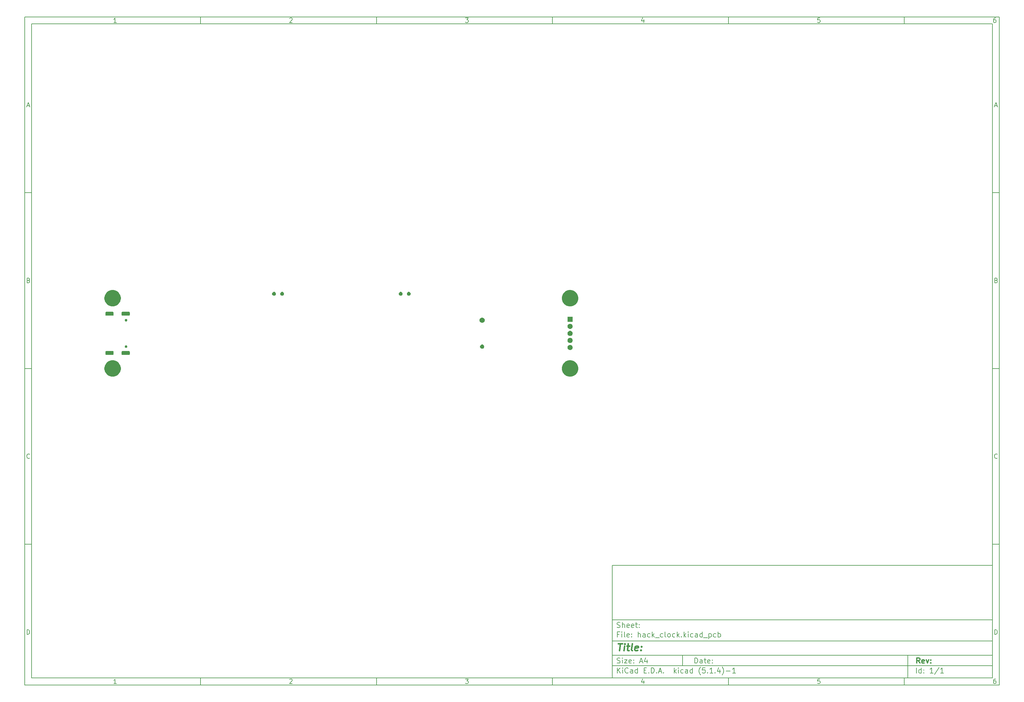
<source format=gbs>
G04 #@! TF.GenerationSoftware,KiCad,Pcbnew,(5.1.4)-1*
G04 #@! TF.CreationDate,2019-11-05T14:40:22+08:00*
G04 #@! TF.ProjectId,hack_clock,6861636b-5f63-46c6-9f63-6b2e6b696361,rev?*
G04 #@! TF.SameCoordinates,Original*
G04 #@! TF.FileFunction,Soldermask,Bot*
G04 #@! TF.FilePolarity,Negative*
%FSLAX46Y46*%
G04 Gerber Fmt 4.6, Leading zero omitted, Abs format (unit mm)*
G04 Created by KiCad (PCBNEW (5.1.4)-1) date 2019-11-05 14:40:22*
%MOMM*%
%LPD*%
G04 APERTURE LIST*
%ADD10C,0.150000*%
%ADD11C,0.300000*%
%ADD12C,0.400000*%
G04 APERTURE END LIST*
D10*
X177002200Y-166007200D02*
X177002200Y-198007200D01*
X285002200Y-198007200D01*
X285002200Y-166007200D01*
X177002200Y-166007200D01*
X10000000Y-10000000D02*
X10000000Y-200007200D01*
X287002200Y-200007200D01*
X287002200Y-10000000D01*
X10000000Y-10000000D01*
X12000000Y-12000000D02*
X12000000Y-198007200D01*
X285002200Y-198007200D01*
X285002200Y-12000000D01*
X12000000Y-12000000D01*
X60000000Y-12000000D02*
X60000000Y-10000000D01*
X110000000Y-12000000D02*
X110000000Y-10000000D01*
X160000000Y-12000000D02*
X160000000Y-10000000D01*
X210000000Y-12000000D02*
X210000000Y-10000000D01*
X260000000Y-12000000D02*
X260000000Y-10000000D01*
X36065476Y-11588095D02*
X35322619Y-11588095D01*
X35694047Y-11588095D02*
X35694047Y-10288095D01*
X35570238Y-10473809D01*
X35446428Y-10597619D01*
X35322619Y-10659523D01*
X85322619Y-10411904D02*
X85384523Y-10350000D01*
X85508333Y-10288095D01*
X85817857Y-10288095D01*
X85941666Y-10350000D01*
X86003571Y-10411904D01*
X86065476Y-10535714D01*
X86065476Y-10659523D01*
X86003571Y-10845238D01*
X85260714Y-11588095D01*
X86065476Y-11588095D01*
X135260714Y-10288095D02*
X136065476Y-10288095D01*
X135632142Y-10783333D01*
X135817857Y-10783333D01*
X135941666Y-10845238D01*
X136003571Y-10907142D01*
X136065476Y-11030952D01*
X136065476Y-11340476D01*
X136003571Y-11464285D01*
X135941666Y-11526190D01*
X135817857Y-11588095D01*
X135446428Y-11588095D01*
X135322619Y-11526190D01*
X135260714Y-11464285D01*
X185941666Y-10721428D02*
X185941666Y-11588095D01*
X185632142Y-10226190D02*
X185322619Y-11154761D01*
X186127380Y-11154761D01*
X236003571Y-10288095D02*
X235384523Y-10288095D01*
X235322619Y-10907142D01*
X235384523Y-10845238D01*
X235508333Y-10783333D01*
X235817857Y-10783333D01*
X235941666Y-10845238D01*
X236003571Y-10907142D01*
X236065476Y-11030952D01*
X236065476Y-11340476D01*
X236003571Y-11464285D01*
X235941666Y-11526190D01*
X235817857Y-11588095D01*
X235508333Y-11588095D01*
X235384523Y-11526190D01*
X235322619Y-11464285D01*
X285941666Y-10288095D02*
X285694047Y-10288095D01*
X285570238Y-10350000D01*
X285508333Y-10411904D01*
X285384523Y-10597619D01*
X285322619Y-10845238D01*
X285322619Y-11340476D01*
X285384523Y-11464285D01*
X285446428Y-11526190D01*
X285570238Y-11588095D01*
X285817857Y-11588095D01*
X285941666Y-11526190D01*
X286003571Y-11464285D01*
X286065476Y-11340476D01*
X286065476Y-11030952D01*
X286003571Y-10907142D01*
X285941666Y-10845238D01*
X285817857Y-10783333D01*
X285570238Y-10783333D01*
X285446428Y-10845238D01*
X285384523Y-10907142D01*
X285322619Y-11030952D01*
X60000000Y-198007200D02*
X60000000Y-200007200D01*
X110000000Y-198007200D02*
X110000000Y-200007200D01*
X160000000Y-198007200D02*
X160000000Y-200007200D01*
X210000000Y-198007200D02*
X210000000Y-200007200D01*
X260000000Y-198007200D02*
X260000000Y-200007200D01*
X36065476Y-199595295D02*
X35322619Y-199595295D01*
X35694047Y-199595295D02*
X35694047Y-198295295D01*
X35570238Y-198481009D01*
X35446428Y-198604819D01*
X35322619Y-198666723D01*
X85322619Y-198419104D02*
X85384523Y-198357200D01*
X85508333Y-198295295D01*
X85817857Y-198295295D01*
X85941666Y-198357200D01*
X86003571Y-198419104D01*
X86065476Y-198542914D01*
X86065476Y-198666723D01*
X86003571Y-198852438D01*
X85260714Y-199595295D01*
X86065476Y-199595295D01*
X135260714Y-198295295D02*
X136065476Y-198295295D01*
X135632142Y-198790533D01*
X135817857Y-198790533D01*
X135941666Y-198852438D01*
X136003571Y-198914342D01*
X136065476Y-199038152D01*
X136065476Y-199347676D01*
X136003571Y-199471485D01*
X135941666Y-199533390D01*
X135817857Y-199595295D01*
X135446428Y-199595295D01*
X135322619Y-199533390D01*
X135260714Y-199471485D01*
X185941666Y-198728628D02*
X185941666Y-199595295D01*
X185632142Y-198233390D02*
X185322619Y-199161961D01*
X186127380Y-199161961D01*
X236003571Y-198295295D02*
X235384523Y-198295295D01*
X235322619Y-198914342D01*
X235384523Y-198852438D01*
X235508333Y-198790533D01*
X235817857Y-198790533D01*
X235941666Y-198852438D01*
X236003571Y-198914342D01*
X236065476Y-199038152D01*
X236065476Y-199347676D01*
X236003571Y-199471485D01*
X235941666Y-199533390D01*
X235817857Y-199595295D01*
X235508333Y-199595295D01*
X235384523Y-199533390D01*
X235322619Y-199471485D01*
X285941666Y-198295295D02*
X285694047Y-198295295D01*
X285570238Y-198357200D01*
X285508333Y-198419104D01*
X285384523Y-198604819D01*
X285322619Y-198852438D01*
X285322619Y-199347676D01*
X285384523Y-199471485D01*
X285446428Y-199533390D01*
X285570238Y-199595295D01*
X285817857Y-199595295D01*
X285941666Y-199533390D01*
X286003571Y-199471485D01*
X286065476Y-199347676D01*
X286065476Y-199038152D01*
X286003571Y-198914342D01*
X285941666Y-198852438D01*
X285817857Y-198790533D01*
X285570238Y-198790533D01*
X285446428Y-198852438D01*
X285384523Y-198914342D01*
X285322619Y-199038152D01*
X10000000Y-60000000D02*
X12000000Y-60000000D01*
X10000000Y-110000000D02*
X12000000Y-110000000D01*
X10000000Y-160000000D02*
X12000000Y-160000000D01*
X10690476Y-35216666D02*
X11309523Y-35216666D01*
X10566666Y-35588095D02*
X11000000Y-34288095D01*
X11433333Y-35588095D01*
X11092857Y-84907142D02*
X11278571Y-84969047D01*
X11340476Y-85030952D01*
X11402380Y-85154761D01*
X11402380Y-85340476D01*
X11340476Y-85464285D01*
X11278571Y-85526190D01*
X11154761Y-85588095D01*
X10659523Y-85588095D01*
X10659523Y-84288095D01*
X11092857Y-84288095D01*
X11216666Y-84350000D01*
X11278571Y-84411904D01*
X11340476Y-84535714D01*
X11340476Y-84659523D01*
X11278571Y-84783333D01*
X11216666Y-84845238D01*
X11092857Y-84907142D01*
X10659523Y-84907142D01*
X11402380Y-135464285D02*
X11340476Y-135526190D01*
X11154761Y-135588095D01*
X11030952Y-135588095D01*
X10845238Y-135526190D01*
X10721428Y-135402380D01*
X10659523Y-135278571D01*
X10597619Y-135030952D01*
X10597619Y-134845238D01*
X10659523Y-134597619D01*
X10721428Y-134473809D01*
X10845238Y-134350000D01*
X11030952Y-134288095D01*
X11154761Y-134288095D01*
X11340476Y-134350000D01*
X11402380Y-134411904D01*
X10659523Y-185588095D02*
X10659523Y-184288095D01*
X10969047Y-184288095D01*
X11154761Y-184350000D01*
X11278571Y-184473809D01*
X11340476Y-184597619D01*
X11402380Y-184845238D01*
X11402380Y-185030952D01*
X11340476Y-185278571D01*
X11278571Y-185402380D01*
X11154761Y-185526190D01*
X10969047Y-185588095D01*
X10659523Y-185588095D01*
X287002200Y-60000000D02*
X285002200Y-60000000D01*
X287002200Y-110000000D02*
X285002200Y-110000000D01*
X287002200Y-160000000D02*
X285002200Y-160000000D01*
X285692676Y-35216666D02*
X286311723Y-35216666D01*
X285568866Y-35588095D02*
X286002200Y-34288095D01*
X286435533Y-35588095D01*
X286095057Y-84907142D02*
X286280771Y-84969047D01*
X286342676Y-85030952D01*
X286404580Y-85154761D01*
X286404580Y-85340476D01*
X286342676Y-85464285D01*
X286280771Y-85526190D01*
X286156961Y-85588095D01*
X285661723Y-85588095D01*
X285661723Y-84288095D01*
X286095057Y-84288095D01*
X286218866Y-84350000D01*
X286280771Y-84411904D01*
X286342676Y-84535714D01*
X286342676Y-84659523D01*
X286280771Y-84783333D01*
X286218866Y-84845238D01*
X286095057Y-84907142D01*
X285661723Y-84907142D01*
X286404580Y-135464285D02*
X286342676Y-135526190D01*
X286156961Y-135588095D01*
X286033152Y-135588095D01*
X285847438Y-135526190D01*
X285723628Y-135402380D01*
X285661723Y-135278571D01*
X285599819Y-135030952D01*
X285599819Y-134845238D01*
X285661723Y-134597619D01*
X285723628Y-134473809D01*
X285847438Y-134350000D01*
X286033152Y-134288095D01*
X286156961Y-134288095D01*
X286342676Y-134350000D01*
X286404580Y-134411904D01*
X285661723Y-185588095D02*
X285661723Y-184288095D01*
X285971247Y-184288095D01*
X286156961Y-184350000D01*
X286280771Y-184473809D01*
X286342676Y-184597619D01*
X286404580Y-184845238D01*
X286404580Y-185030952D01*
X286342676Y-185278571D01*
X286280771Y-185402380D01*
X286156961Y-185526190D01*
X285971247Y-185588095D01*
X285661723Y-185588095D01*
X200434342Y-193785771D02*
X200434342Y-192285771D01*
X200791485Y-192285771D01*
X201005771Y-192357200D01*
X201148628Y-192500057D01*
X201220057Y-192642914D01*
X201291485Y-192928628D01*
X201291485Y-193142914D01*
X201220057Y-193428628D01*
X201148628Y-193571485D01*
X201005771Y-193714342D01*
X200791485Y-193785771D01*
X200434342Y-193785771D01*
X202577200Y-193785771D02*
X202577200Y-193000057D01*
X202505771Y-192857200D01*
X202362914Y-192785771D01*
X202077200Y-192785771D01*
X201934342Y-192857200D01*
X202577200Y-193714342D02*
X202434342Y-193785771D01*
X202077200Y-193785771D01*
X201934342Y-193714342D01*
X201862914Y-193571485D01*
X201862914Y-193428628D01*
X201934342Y-193285771D01*
X202077200Y-193214342D01*
X202434342Y-193214342D01*
X202577200Y-193142914D01*
X203077200Y-192785771D02*
X203648628Y-192785771D01*
X203291485Y-192285771D02*
X203291485Y-193571485D01*
X203362914Y-193714342D01*
X203505771Y-193785771D01*
X203648628Y-193785771D01*
X204720057Y-193714342D02*
X204577200Y-193785771D01*
X204291485Y-193785771D01*
X204148628Y-193714342D01*
X204077200Y-193571485D01*
X204077200Y-193000057D01*
X204148628Y-192857200D01*
X204291485Y-192785771D01*
X204577200Y-192785771D01*
X204720057Y-192857200D01*
X204791485Y-193000057D01*
X204791485Y-193142914D01*
X204077200Y-193285771D01*
X205434342Y-193642914D02*
X205505771Y-193714342D01*
X205434342Y-193785771D01*
X205362914Y-193714342D01*
X205434342Y-193642914D01*
X205434342Y-193785771D01*
X205434342Y-192857200D02*
X205505771Y-192928628D01*
X205434342Y-193000057D01*
X205362914Y-192928628D01*
X205434342Y-192857200D01*
X205434342Y-193000057D01*
X177002200Y-194507200D02*
X285002200Y-194507200D01*
X178434342Y-196585771D02*
X178434342Y-195085771D01*
X179291485Y-196585771D02*
X178648628Y-195728628D01*
X179291485Y-195085771D02*
X178434342Y-195942914D01*
X179934342Y-196585771D02*
X179934342Y-195585771D01*
X179934342Y-195085771D02*
X179862914Y-195157200D01*
X179934342Y-195228628D01*
X180005771Y-195157200D01*
X179934342Y-195085771D01*
X179934342Y-195228628D01*
X181505771Y-196442914D02*
X181434342Y-196514342D01*
X181220057Y-196585771D01*
X181077200Y-196585771D01*
X180862914Y-196514342D01*
X180720057Y-196371485D01*
X180648628Y-196228628D01*
X180577200Y-195942914D01*
X180577200Y-195728628D01*
X180648628Y-195442914D01*
X180720057Y-195300057D01*
X180862914Y-195157200D01*
X181077200Y-195085771D01*
X181220057Y-195085771D01*
X181434342Y-195157200D01*
X181505771Y-195228628D01*
X182791485Y-196585771D02*
X182791485Y-195800057D01*
X182720057Y-195657200D01*
X182577200Y-195585771D01*
X182291485Y-195585771D01*
X182148628Y-195657200D01*
X182791485Y-196514342D02*
X182648628Y-196585771D01*
X182291485Y-196585771D01*
X182148628Y-196514342D01*
X182077200Y-196371485D01*
X182077200Y-196228628D01*
X182148628Y-196085771D01*
X182291485Y-196014342D01*
X182648628Y-196014342D01*
X182791485Y-195942914D01*
X184148628Y-196585771D02*
X184148628Y-195085771D01*
X184148628Y-196514342D02*
X184005771Y-196585771D01*
X183720057Y-196585771D01*
X183577200Y-196514342D01*
X183505771Y-196442914D01*
X183434342Y-196300057D01*
X183434342Y-195871485D01*
X183505771Y-195728628D01*
X183577200Y-195657200D01*
X183720057Y-195585771D01*
X184005771Y-195585771D01*
X184148628Y-195657200D01*
X186005771Y-195800057D02*
X186505771Y-195800057D01*
X186720057Y-196585771D02*
X186005771Y-196585771D01*
X186005771Y-195085771D01*
X186720057Y-195085771D01*
X187362914Y-196442914D02*
X187434342Y-196514342D01*
X187362914Y-196585771D01*
X187291485Y-196514342D01*
X187362914Y-196442914D01*
X187362914Y-196585771D01*
X188077200Y-196585771D02*
X188077200Y-195085771D01*
X188434342Y-195085771D01*
X188648628Y-195157200D01*
X188791485Y-195300057D01*
X188862914Y-195442914D01*
X188934342Y-195728628D01*
X188934342Y-195942914D01*
X188862914Y-196228628D01*
X188791485Y-196371485D01*
X188648628Y-196514342D01*
X188434342Y-196585771D01*
X188077200Y-196585771D01*
X189577200Y-196442914D02*
X189648628Y-196514342D01*
X189577200Y-196585771D01*
X189505771Y-196514342D01*
X189577200Y-196442914D01*
X189577200Y-196585771D01*
X190220057Y-196157200D02*
X190934342Y-196157200D01*
X190077200Y-196585771D02*
X190577200Y-195085771D01*
X191077200Y-196585771D01*
X191577200Y-196442914D02*
X191648628Y-196514342D01*
X191577200Y-196585771D01*
X191505771Y-196514342D01*
X191577200Y-196442914D01*
X191577200Y-196585771D01*
X194577200Y-196585771D02*
X194577200Y-195085771D01*
X194720057Y-196014342D02*
X195148628Y-196585771D01*
X195148628Y-195585771D02*
X194577200Y-196157200D01*
X195791485Y-196585771D02*
X195791485Y-195585771D01*
X195791485Y-195085771D02*
X195720057Y-195157200D01*
X195791485Y-195228628D01*
X195862914Y-195157200D01*
X195791485Y-195085771D01*
X195791485Y-195228628D01*
X197148628Y-196514342D02*
X197005771Y-196585771D01*
X196720057Y-196585771D01*
X196577200Y-196514342D01*
X196505771Y-196442914D01*
X196434342Y-196300057D01*
X196434342Y-195871485D01*
X196505771Y-195728628D01*
X196577200Y-195657200D01*
X196720057Y-195585771D01*
X197005771Y-195585771D01*
X197148628Y-195657200D01*
X198434342Y-196585771D02*
X198434342Y-195800057D01*
X198362914Y-195657200D01*
X198220057Y-195585771D01*
X197934342Y-195585771D01*
X197791485Y-195657200D01*
X198434342Y-196514342D02*
X198291485Y-196585771D01*
X197934342Y-196585771D01*
X197791485Y-196514342D01*
X197720057Y-196371485D01*
X197720057Y-196228628D01*
X197791485Y-196085771D01*
X197934342Y-196014342D01*
X198291485Y-196014342D01*
X198434342Y-195942914D01*
X199791485Y-196585771D02*
X199791485Y-195085771D01*
X199791485Y-196514342D02*
X199648628Y-196585771D01*
X199362914Y-196585771D01*
X199220057Y-196514342D01*
X199148628Y-196442914D01*
X199077200Y-196300057D01*
X199077200Y-195871485D01*
X199148628Y-195728628D01*
X199220057Y-195657200D01*
X199362914Y-195585771D01*
X199648628Y-195585771D01*
X199791485Y-195657200D01*
X202077200Y-197157200D02*
X202005771Y-197085771D01*
X201862914Y-196871485D01*
X201791485Y-196728628D01*
X201720057Y-196514342D01*
X201648628Y-196157200D01*
X201648628Y-195871485D01*
X201720057Y-195514342D01*
X201791485Y-195300057D01*
X201862914Y-195157200D01*
X202005771Y-194942914D01*
X202077200Y-194871485D01*
X203362914Y-195085771D02*
X202648628Y-195085771D01*
X202577200Y-195800057D01*
X202648628Y-195728628D01*
X202791485Y-195657200D01*
X203148628Y-195657200D01*
X203291485Y-195728628D01*
X203362914Y-195800057D01*
X203434342Y-195942914D01*
X203434342Y-196300057D01*
X203362914Y-196442914D01*
X203291485Y-196514342D01*
X203148628Y-196585771D01*
X202791485Y-196585771D01*
X202648628Y-196514342D01*
X202577200Y-196442914D01*
X204077200Y-196442914D02*
X204148628Y-196514342D01*
X204077200Y-196585771D01*
X204005771Y-196514342D01*
X204077200Y-196442914D01*
X204077200Y-196585771D01*
X205577200Y-196585771D02*
X204720057Y-196585771D01*
X205148628Y-196585771D02*
X205148628Y-195085771D01*
X205005771Y-195300057D01*
X204862914Y-195442914D01*
X204720057Y-195514342D01*
X206220057Y-196442914D02*
X206291485Y-196514342D01*
X206220057Y-196585771D01*
X206148628Y-196514342D01*
X206220057Y-196442914D01*
X206220057Y-196585771D01*
X207577200Y-195585771D02*
X207577200Y-196585771D01*
X207220057Y-195014342D02*
X206862914Y-196085771D01*
X207791485Y-196085771D01*
X208220057Y-197157200D02*
X208291485Y-197085771D01*
X208434342Y-196871485D01*
X208505771Y-196728628D01*
X208577200Y-196514342D01*
X208648628Y-196157200D01*
X208648628Y-195871485D01*
X208577200Y-195514342D01*
X208505771Y-195300057D01*
X208434342Y-195157200D01*
X208291485Y-194942914D01*
X208220057Y-194871485D01*
X209362914Y-196014342D02*
X210505771Y-196014342D01*
X212005771Y-196585771D02*
X211148628Y-196585771D01*
X211577200Y-196585771D02*
X211577200Y-195085771D01*
X211434342Y-195300057D01*
X211291485Y-195442914D01*
X211148628Y-195514342D01*
X177002200Y-191507200D02*
X285002200Y-191507200D01*
D11*
X264411485Y-193785771D02*
X263911485Y-193071485D01*
X263554342Y-193785771D02*
X263554342Y-192285771D01*
X264125771Y-192285771D01*
X264268628Y-192357200D01*
X264340057Y-192428628D01*
X264411485Y-192571485D01*
X264411485Y-192785771D01*
X264340057Y-192928628D01*
X264268628Y-193000057D01*
X264125771Y-193071485D01*
X263554342Y-193071485D01*
X265625771Y-193714342D02*
X265482914Y-193785771D01*
X265197200Y-193785771D01*
X265054342Y-193714342D01*
X264982914Y-193571485D01*
X264982914Y-193000057D01*
X265054342Y-192857200D01*
X265197200Y-192785771D01*
X265482914Y-192785771D01*
X265625771Y-192857200D01*
X265697200Y-193000057D01*
X265697200Y-193142914D01*
X264982914Y-193285771D01*
X266197200Y-192785771D02*
X266554342Y-193785771D01*
X266911485Y-192785771D01*
X267482914Y-193642914D02*
X267554342Y-193714342D01*
X267482914Y-193785771D01*
X267411485Y-193714342D01*
X267482914Y-193642914D01*
X267482914Y-193785771D01*
X267482914Y-192857200D02*
X267554342Y-192928628D01*
X267482914Y-193000057D01*
X267411485Y-192928628D01*
X267482914Y-192857200D01*
X267482914Y-193000057D01*
D10*
X178362914Y-193714342D02*
X178577200Y-193785771D01*
X178934342Y-193785771D01*
X179077200Y-193714342D01*
X179148628Y-193642914D01*
X179220057Y-193500057D01*
X179220057Y-193357200D01*
X179148628Y-193214342D01*
X179077200Y-193142914D01*
X178934342Y-193071485D01*
X178648628Y-193000057D01*
X178505771Y-192928628D01*
X178434342Y-192857200D01*
X178362914Y-192714342D01*
X178362914Y-192571485D01*
X178434342Y-192428628D01*
X178505771Y-192357200D01*
X178648628Y-192285771D01*
X179005771Y-192285771D01*
X179220057Y-192357200D01*
X179862914Y-193785771D02*
X179862914Y-192785771D01*
X179862914Y-192285771D02*
X179791485Y-192357200D01*
X179862914Y-192428628D01*
X179934342Y-192357200D01*
X179862914Y-192285771D01*
X179862914Y-192428628D01*
X180434342Y-192785771D02*
X181220057Y-192785771D01*
X180434342Y-193785771D01*
X181220057Y-193785771D01*
X182362914Y-193714342D02*
X182220057Y-193785771D01*
X181934342Y-193785771D01*
X181791485Y-193714342D01*
X181720057Y-193571485D01*
X181720057Y-193000057D01*
X181791485Y-192857200D01*
X181934342Y-192785771D01*
X182220057Y-192785771D01*
X182362914Y-192857200D01*
X182434342Y-193000057D01*
X182434342Y-193142914D01*
X181720057Y-193285771D01*
X183077200Y-193642914D02*
X183148628Y-193714342D01*
X183077200Y-193785771D01*
X183005771Y-193714342D01*
X183077200Y-193642914D01*
X183077200Y-193785771D01*
X183077200Y-192857200D02*
X183148628Y-192928628D01*
X183077200Y-193000057D01*
X183005771Y-192928628D01*
X183077200Y-192857200D01*
X183077200Y-193000057D01*
X184862914Y-193357200D02*
X185577200Y-193357200D01*
X184720057Y-193785771D02*
X185220057Y-192285771D01*
X185720057Y-193785771D01*
X186862914Y-192785771D02*
X186862914Y-193785771D01*
X186505771Y-192214342D02*
X186148628Y-193285771D01*
X187077200Y-193285771D01*
X263434342Y-196585771D02*
X263434342Y-195085771D01*
X264791485Y-196585771D02*
X264791485Y-195085771D01*
X264791485Y-196514342D02*
X264648628Y-196585771D01*
X264362914Y-196585771D01*
X264220057Y-196514342D01*
X264148628Y-196442914D01*
X264077200Y-196300057D01*
X264077200Y-195871485D01*
X264148628Y-195728628D01*
X264220057Y-195657200D01*
X264362914Y-195585771D01*
X264648628Y-195585771D01*
X264791485Y-195657200D01*
X265505771Y-196442914D02*
X265577200Y-196514342D01*
X265505771Y-196585771D01*
X265434342Y-196514342D01*
X265505771Y-196442914D01*
X265505771Y-196585771D01*
X265505771Y-195657200D02*
X265577200Y-195728628D01*
X265505771Y-195800057D01*
X265434342Y-195728628D01*
X265505771Y-195657200D01*
X265505771Y-195800057D01*
X268148628Y-196585771D02*
X267291485Y-196585771D01*
X267720057Y-196585771D02*
X267720057Y-195085771D01*
X267577200Y-195300057D01*
X267434342Y-195442914D01*
X267291485Y-195514342D01*
X269862914Y-195014342D02*
X268577200Y-196942914D01*
X271148628Y-196585771D02*
X270291485Y-196585771D01*
X270720057Y-196585771D02*
X270720057Y-195085771D01*
X270577200Y-195300057D01*
X270434342Y-195442914D01*
X270291485Y-195514342D01*
X177002200Y-187507200D02*
X285002200Y-187507200D01*
D12*
X178714580Y-188211961D02*
X179857438Y-188211961D01*
X179036009Y-190211961D02*
X179286009Y-188211961D01*
X180274104Y-190211961D02*
X180440771Y-188878628D01*
X180524104Y-188211961D02*
X180416961Y-188307200D01*
X180500295Y-188402438D01*
X180607438Y-188307200D01*
X180524104Y-188211961D01*
X180500295Y-188402438D01*
X181107438Y-188878628D02*
X181869342Y-188878628D01*
X181476485Y-188211961D02*
X181262200Y-189926247D01*
X181333628Y-190116723D01*
X181512200Y-190211961D01*
X181702676Y-190211961D01*
X182655057Y-190211961D02*
X182476485Y-190116723D01*
X182405057Y-189926247D01*
X182619342Y-188211961D01*
X184190771Y-190116723D02*
X183988390Y-190211961D01*
X183607438Y-190211961D01*
X183428866Y-190116723D01*
X183357438Y-189926247D01*
X183452676Y-189164342D01*
X183571723Y-188973866D01*
X183774104Y-188878628D01*
X184155057Y-188878628D01*
X184333628Y-188973866D01*
X184405057Y-189164342D01*
X184381247Y-189354819D01*
X183405057Y-189545295D01*
X185155057Y-190021485D02*
X185238390Y-190116723D01*
X185131247Y-190211961D01*
X185047914Y-190116723D01*
X185155057Y-190021485D01*
X185131247Y-190211961D01*
X185286009Y-188973866D02*
X185369342Y-189069104D01*
X185262200Y-189164342D01*
X185178866Y-189069104D01*
X185286009Y-188973866D01*
X185262200Y-189164342D01*
D10*
X178934342Y-185600057D02*
X178434342Y-185600057D01*
X178434342Y-186385771D02*
X178434342Y-184885771D01*
X179148628Y-184885771D01*
X179720057Y-186385771D02*
X179720057Y-185385771D01*
X179720057Y-184885771D02*
X179648628Y-184957200D01*
X179720057Y-185028628D01*
X179791485Y-184957200D01*
X179720057Y-184885771D01*
X179720057Y-185028628D01*
X180648628Y-186385771D02*
X180505771Y-186314342D01*
X180434342Y-186171485D01*
X180434342Y-184885771D01*
X181791485Y-186314342D02*
X181648628Y-186385771D01*
X181362914Y-186385771D01*
X181220057Y-186314342D01*
X181148628Y-186171485D01*
X181148628Y-185600057D01*
X181220057Y-185457200D01*
X181362914Y-185385771D01*
X181648628Y-185385771D01*
X181791485Y-185457200D01*
X181862914Y-185600057D01*
X181862914Y-185742914D01*
X181148628Y-185885771D01*
X182505771Y-186242914D02*
X182577200Y-186314342D01*
X182505771Y-186385771D01*
X182434342Y-186314342D01*
X182505771Y-186242914D01*
X182505771Y-186385771D01*
X182505771Y-185457200D02*
X182577200Y-185528628D01*
X182505771Y-185600057D01*
X182434342Y-185528628D01*
X182505771Y-185457200D01*
X182505771Y-185600057D01*
X184362914Y-186385771D02*
X184362914Y-184885771D01*
X185005771Y-186385771D02*
X185005771Y-185600057D01*
X184934342Y-185457200D01*
X184791485Y-185385771D01*
X184577200Y-185385771D01*
X184434342Y-185457200D01*
X184362914Y-185528628D01*
X186362914Y-186385771D02*
X186362914Y-185600057D01*
X186291485Y-185457200D01*
X186148628Y-185385771D01*
X185862914Y-185385771D01*
X185720057Y-185457200D01*
X186362914Y-186314342D02*
X186220057Y-186385771D01*
X185862914Y-186385771D01*
X185720057Y-186314342D01*
X185648628Y-186171485D01*
X185648628Y-186028628D01*
X185720057Y-185885771D01*
X185862914Y-185814342D01*
X186220057Y-185814342D01*
X186362914Y-185742914D01*
X187720057Y-186314342D02*
X187577200Y-186385771D01*
X187291485Y-186385771D01*
X187148628Y-186314342D01*
X187077200Y-186242914D01*
X187005771Y-186100057D01*
X187005771Y-185671485D01*
X187077200Y-185528628D01*
X187148628Y-185457200D01*
X187291485Y-185385771D01*
X187577200Y-185385771D01*
X187720057Y-185457200D01*
X188362914Y-186385771D02*
X188362914Y-184885771D01*
X188505771Y-185814342D02*
X188934342Y-186385771D01*
X188934342Y-185385771D02*
X188362914Y-185957200D01*
X189220057Y-186528628D02*
X190362914Y-186528628D01*
X191362914Y-186314342D02*
X191220057Y-186385771D01*
X190934342Y-186385771D01*
X190791485Y-186314342D01*
X190720057Y-186242914D01*
X190648628Y-186100057D01*
X190648628Y-185671485D01*
X190720057Y-185528628D01*
X190791485Y-185457200D01*
X190934342Y-185385771D01*
X191220057Y-185385771D01*
X191362914Y-185457200D01*
X192220057Y-186385771D02*
X192077200Y-186314342D01*
X192005771Y-186171485D01*
X192005771Y-184885771D01*
X193005771Y-186385771D02*
X192862914Y-186314342D01*
X192791485Y-186242914D01*
X192720057Y-186100057D01*
X192720057Y-185671485D01*
X192791485Y-185528628D01*
X192862914Y-185457200D01*
X193005771Y-185385771D01*
X193220057Y-185385771D01*
X193362914Y-185457200D01*
X193434342Y-185528628D01*
X193505771Y-185671485D01*
X193505771Y-186100057D01*
X193434342Y-186242914D01*
X193362914Y-186314342D01*
X193220057Y-186385771D01*
X193005771Y-186385771D01*
X194791485Y-186314342D02*
X194648628Y-186385771D01*
X194362914Y-186385771D01*
X194220057Y-186314342D01*
X194148628Y-186242914D01*
X194077200Y-186100057D01*
X194077200Y-185671485D01*
X194148628Y-185528628D01*
X194220057Y-185457200D01*
X194362914Y-185385771D01*
X194648628Y-185385771D01*
X194791485Y-185457200D01*
X195434342Y-186385771D02*
X195434342Y-184885771D01*
X195577200Y-185814342D02*
X196005771Y-186385771D01*
X196005771Y-185385771D02*
X195434342Y-185957200D01*
X196648628Y-186242914D02*
X196720057Y-186314342D01*
X196648628Y-186385771D01*
X196577200Y-186314342D01*
X196648628Y-186242914D01*
X196648628Y-186385771D01*
X197362914Y-186385771D02*
X197362914Y-184885771D01*
X197505771Y-185814342D02*
X197934342Y-186385771D01*
X197934342Y-185385771D02*
X197362914Y-185957200D01*
X198577200Y-186385771D02*
X198577200Y-185385771D01*
X198577200Y-184885771D02*
X198505771Y-184957200D01*
X198577200Y-185028628D01*
X198648628Y-184957200D01*
X198577200Y-184885771D01*
X198577200Y-185028628D01*
X199934342Y-186314342D02*
X199791485Y-186385771D01*
X199505771Y-186385771D01*
X199362914Y-186314342D01*
X199291485Y-186242914D01*
X199220057Y-186100057D01*
X199220057Y-185671485D01*
X199291485Y-185528628D01*
X199362914Y-185457200D01*
X199505771Y-185385771D01*
X199791485Y-185385771D01*
X199934342Y-185457200D01*
X201220057Y-186385771D02*
X201220057Y-185600057D01*
X201148628Y-185457200D01*
X201005771Y-185385771D01*
X200720057Y-185385771D01*
X200577200Y-185457200D01*
X201220057Y-186314342D02*
X201077200Y-186385771D01*
X200720057Y-186385771D01*
X200577200Y-186314342D01*
X200505771Y-186171485D01*
X200505771Y-186028628D01*
X200577200Y-185885771D01*
X200720057Y-185814342D01*
X201077200Y-185814342D01*
X201220057Y-185742914D01*
X202577200Y-186385771D02*
X202577200Y-184885771D01*
X202577200Y-186314342D02*
X202434342Y-186385771D01*
X202148628Y-186385771D01*
X202005771Y-186314342D01*
X201934342Y-186242914D01*
X201862914Y-186100057D01*
X201862914Y-185671485D01*
X201934342Y-185528628D01*
X202005771Y-185457200D01*
X202148628Y-185385771D01*
X202434342Y-185385771D01*
X202577200Y-185457200D01*
X202934342Y-186528628D02*
X204077200Y-186528628D01*
X204434342Y-185385771D02*
X204434342Y-186885771D01*
X204434342Y-185457200D02*
X204577200Y-185385771D01*
X204862914Y-185385771D01*
X205005771Y-185457200D01*
X205077200Y-185528628D01*
X205148628Y-185671485D01*
X205148628Y-186100057D01*
X205077200Y-186242914D01*
X205005771Y-186314342D01*
X204862914Y-186385771D01*
X204577200Y-186385771D01*
X204434342Y-186314342D01*
X206434342Y-186314342D02*
X206291485Y-186385771D01*
X206005771Y-186385771D01*
X205862914Y-186314342D01*
X205791485Y-186242914D01*
X205720057Y-186100057D01*
X205720057Y-185671485D01*
X205791485Y-185528628D01*
X205862914Y-185457200D01*
X206005771Y-185385771D01*
X206291485Y-185385771D01*
X206434342Y-185457200D01*
X207077200Y-186385771D02*
X207077200Y-184885771D01*
X207077200Y-185457200D02*
X207220057Y-185385771D01*
X207505771Y-185385771D01*
X207648628Y-185457200D01*
X207720057Y-185528628D01*
X207791485Y-185671485D01*
X207791485Y-186100057D01*
X207720057Y-186242914D01*
X207648628Y-186314342D01*
X207505771Y-186385771D01*
X207220057Y-186385771D01*
X207077200Y-186314342D01*
X177002200Y-181507200D02*
X285002200Y-181507200D01*
X178362914Y-183614342D02*
X178577200Y-183685771D01*
X178934342Y-183685771D01*
X179077200Y-183614342D01*
X179148628Y-183542914D01*
X179220057Y-183400057D01*
X179220057Y-183257200D01*
X179148628Y-183114342D01*
X179077200Y-183042914D01*
X178934342Y-182971485D01*
X178648628Y-182900057D01*
X178505771Y-182828628D01*
X178434342Y-182757200D01*
X178362914Y-182614342D01*
X178362914Y-182471485D01*
X178434342Y-182328628D01*
X178505771Y-182257200D01*
X178648628Y-182185771D01*
X179005771Y-182185771D01*
X179220057Y-182257200D01*
X179862914Y-183685771D02*
X179862914Y-182185771D01*
X180505771Y-183685771D02*
X180505771Y-182900057D01*
X180434342Y-182757200D01*
X180291485Y-182685771D01*
X180077200Y-182685771D01*
X179934342Y-182757200D01*
X179862914Y-182828628D01*
X181791485Y-183614342D02*
X181648628Y-183685771D01*
X181362914Y-183685771D01*
X181220057Y-183614342D01*
X181148628Y-183471485D01*
X181148628Y-182900057D01*
X181220057Y-182757200D01*
X181362914Y-182685771D01*
X181648628Y-182685771D01*
X181791485Y-182757200D01*
X181862914Y-182900057D01*
X181862914Y-183042914D01*
X181148628Y-183185771D01*
X183077200Y-183614342D02*
X182934342Y-183685771D01*
X182648628Y-183685771D01*
X182505771Y-183614342D01*
X182434342Y-183471485D01*
X182434342Y-182900057D01*
X182505771Y-182757200D01*
X182648628Y-182685771D01*
X182934342Y-182685771D01*
X183077200Y-182757200D01*
X183148628Y-182900057D01*
X183148628Y-183042914D01*
X182434342Y-183185771D01*
X183577200Y-182685771D02*
X184148628Y-182685771D01*
X183791485Y-182185771D02*
X183791485Y-183471485D01*
X183862914Y-183614342D01*
X184005771Y-183685771D01*
X184148628Y-183685771D01*
X184648628Y-183542914D02*
X184720057Y-183614342D01*
X184648628Y-183685771D01*
X184577200Y-183614342D01*
X184648628Y-183542914D01*
X184648628Y-183685771D01*
X184648628Y-182757200D02*
X184720057Y-182828628D01*
X184648628Y-182900057D01*
X184577200Y-182828628D01*
X184648628Y-182757200D01*
X184648628Y-182900057D01*
X197002200Y-191507200D02*
X197002200Y-194507200D01*
X261002200Y-191507200D02*
X261002200Y-198007200D01*
G36*
X165679927Y-107758578D02*
G01*
X165855643Y-107831362D01*
X166104143Y-107934294D01*
X166485926Y-108189394D01*
X166810606Y-108514074D01*
X167065706Y-108895857D01*
X167168638Y-109144357D01*
X167241422Y-109320073D01*
X167331000Y-109770415D01*
X167331000Y-110229585D01*
X167241422Y-110679927D01*
X167168638Y-110855643D01*
X167065706Y-111104143D01*
X166810606Y-111485926D01*
X166485926Y-111810606D01*
X166104143Y-112065706D01*
X165855643Y-112168638D01*
X165679927Y-112241422D01*
X165229585Y-112331000D01*
X164770415Y-112331000D01*
X164320073Y-112241422D01*
X164144357Y-112168638D01*
X163895857Y-112065706D01*
X163514074Y-111810606D01*
X163189394Y-111485926D01*
X162934294Y-111104143D01*
X162831362Y-110855643D01*
X162758578Y-110679927D01*
X162669000Y-110229585D01*
X162669000Y-109770415D01*
X162758578Y-109320073D01*
X162831362Y-109144357D01*
X162934294Y-108895857D01*
X163189394Y-108514074D01*
X163514074Y-108189394D01*
X163895857Y-107934294D01*
X164144357Y-107831362D01*
X164320073Y-107758578D01*
X164770415Y-107669000D01*
X165229585Y-107669000D01*
X165679927Y-107758578D01*
X165679927Y-107758578D01*
G37*
G36*
X35679927Y-107758578D02*
G01*
X35855643Y-107831362D01*
X36104143Y-107934294D01*
X36485926Y-108189394D01*
X36810606Y-108514074D01*
X37065706Y-108895857D01*
X37168638Y-109144357D01*
X37241422Y-109320073D01*
X37331000Y-109770415D01*
X37331000Y-110229585D01*
X37241422Y-110679927D01*
X37168638Y-110855643D01*
X37065706Y-111104143D01*
X36810606Y-111485926D01*
X36485926Y-111810606D01*
X36104143Y-112065706D01*
X35855643Y-112168638D01*
X35679927Y-112241422D01*
X35229585Y-112331000D01*
X34770415Y-112331000D01*
X34320073Y-112241422D01*
X34144357Y-112168638D01*
X33895857Y-112065706D01*
X33514074Y-111810606D01*
X33189394Y-111485926D01*
X32934294Y-111104143D01*
X32831362Y-110855643D01*
X32758578Y-110679927D01*
X32669000Y-110229585D01*
X32669000Y-109770415D01*
X32758578Y-109320073D01*
X32831362Y-109144357D01*
X32934294Y-108895857D01*
X33189394Y-108514074D01*
X33514074Y-108189394D01*
X33895857Y-107934294D01*
X34144357Y-107831362D01*
X34320073Y-107758578D01*
X34770415Y-107669000D01*
X35229585Y-107669000D01*
X35679927Y-107758578D01*
X35679927Y-107758578D01*
G37*
G36*
X39699434Y-105028686D02*
G01*
X39739284Y-105040774D01*
X39775999Y-105060399D01*
X39808186Y-105086814D01*
X39834601Y-105119001D01*
X39854226Y-105155716D01*
X39866314Y-105195566D01*
X39871000Y-105243141D01*
X39871000Y-105906859D01*
X39866314Y-105954434D01*
X39854226Y-105994284D01*
X39834601Y-106030999D01*
X39808186Y-106063186D01*
X39775999Y-106089601D01*
X39739284Y-106109226D01*
X39699434Y-106121314D01*
X39651859Y-106126000D01*
X37788141Y-106126000D01*
X37740566Y-106121314D01*
X37700716Y-106109226D01*
X37664001Y-106089601D01*
X37631814Y-106063186D01*
X37605399Y-106030999D01*
X37585774Y-105994284D01*
X37573686Y-105954434D01*
X37569000Y-105906859D01*
X37569000Y-105243141D01*
X37573686Y-105195566D01*
X37585774Y-105155716D01*
X37605399Y-105119001D01*
X37631814Y-105086814D01*
X37664001Y-105060399D01*
X37700716Y-105040774D01*
X37740566Y-105028686D01*
X37788141Y-105024000D01*
X39651859Y-105024000D01*
X39699434Y-105028686D01*
X39699434Y-105028686D01*
G37*
G36*
X35099434Y-105028686D02*
G01*
X35139284Y-105040774D01*
X35175999Y-105060399D01*
X35208186Y-105086814D01*
X35234601Y-105119001D01*
X35254226Y-105155716D01*
X35266314Y-105195566D01*
X35271000Y-105243141D01*
X35271000Y-105906859D01*
X35266314Y-105954434D01*
X35254226Y-105994284D01*
X35234601Y-106030999D01*
X35208186Y-106063186D01*
X35175999Y-106089601D01*
X35139284Y-106109226D01*
X35099434Y-106121314D01*
X35051859Y-106126000D01*
X33188141Y-106126000D01*
X33140566Y-106121314D01*
X33100716Y-106109226D01*
X33064001Y-106089601D01*
X33031814Y-106063186D01*
X33005399Y-106030999D01*
X32985774Y-105994284D01*
X32973686Y-105954434D01*
X32969000Y-105906859D01*
X32969000Y-105243141D01*
X32973686Y-105195566D01*
X32985774Y-105155716D01*
X33005399Y-105119001D01*
X33031814Y-105086814D01*
X33064001Y-105060399D01*
X33100716Y-105040774D01*
X33140566Y-105028686D01*
X33188141Y-105024000D01*
X35051859Y-105024000D01*
X35099434Y-105028686D01*
X35099434Y-105028686D01*
G37*
G36*
X165071213Y-103277502D02*
G01*
X165142321Y-103284505D01*
X165279172Y-103326019D01*
X165279175Y-103326020D01*
X165405294Y-103393432D01*
X165515843Y-103484157D01*
X165606568Y-103594706D01*
X165673980Y-103720825D01*
X165673981Y-103720828D01*
X165715495Y-103857679D01*
X165729512Y-104000000D01*
X165715495Y-104142321D01*
X165692893Y-104216827D01*
X165673980Y-104279175D01*
X165606568Y-104405294D01*
X165515843Y-104515843D01*
X165405294Y-104606568D01*
X165279175Y-104673980D01*
X165279172Y-104673981D01*
X165142321Y-104715495D01*
X165071213Y-104722498D01*
X165035660Y-104726000D01*
X164964340Y-104726000D01*
X164928787Y-104722498D01*
X164857679Y-104715495D01*
X164720828Y-104673981D01*
X164720825Y-104673980D01*
X164594706Y-104606568D01*
X164484157Y-104515843D01*
X164393432Y-104405294D01*
X164326020Y-104279175D01*
X164307107Y-104216827D01*
X164284505Y-104142321D01*
X164270488Y-104000000D01*
X164284505Y-103857679D01*
X164326019Y-103720828D01*
X164326020Y-103720825D01*
X164393432Y-103594706D01*
X164484157Y-103484157D01*
X164594706Y-103393432D01*
X164720825Y-103326020D01*
X164720828Y-103326019D01*
X164857679Y-103284505D01*
X164928787Y-103277502D01*
X164964340Y-103274000D01*
X165035660Y-103274000D01*
X165071213Y-103277502D01*
X165071213Y-103277502D01*
G37*
G36*
X140136601Y-103164397D02*
G01*
X140175305Y-103172096D01*
X140207340Y-103185365D01*
X140284680Y-103217400D01*
X140383115Y-103283173D01*
X140466827Y-103366885D01*
X140532600Y-103465320D01*
X140577904Y-103574696D01*
X140601000Y-103690805D01*
X140601000Y-103809195D01*
X140577904Y-103925304D01*
X140532600Y-104034680D01*
X140466827Y-104133115D01*
X140383115Y-104216827D01*
X140284680Y-104282600D01*
X140207340Y-104314635D01*
X140175305Y-104327904D01*
X140136601Y-104335603D01*
X140059195Y-104351000D01*
X139940805Y-104351000D01*
X139863399Y-104335603D01*
X139824695Y-104327904D01*
X139792660Y-104314635D01*
X139715320Y-104282600D01*
X139616885Y-104216827D01*
X139533173Y-104133115D01*
X139467400Y-104034680D01*
X139422096Y-103925304D01*
X139399000Y-103809195D01*
X139399000Y-103690805D01*
X139422096Y-103574696D01*
X139467400Y-103465320D01*
X139533173Y-103366885D01*
X139616885Y-103283173D01*
X139715320Y-103217400D01*
X139792660Y-103185365D01*
X139824695Y-103172096D01*
X139863399Y-103164397D01*
X139940805Y-103149000D01*
X140059195Y-103149000D01*
X140136601Y-103164397D01*
X140136601Y-103164397D01*
G37*
G36*
X38905297Y-103402871D02*
G01*
X38970998Y-103430086D01*
X39030124Y-103469593D01*
X39080407Y-103519876D01*
X39119914Y-103579002D01*
X39147129Y-103644703D01*
X39161000Y-103714442D01*
X39161000Y-103785558D01*
X39147129Y-103855297D01*
X39119914Y-103920998D01*
X39080407Y-103980124D01*
X39030124Y-104030407D01*
X38970998Y-104069914D01*
X38905297Y-104097129D01*
X38835558Y-104111000D01*
X38764442Y-104111000D01*
X38694703Y-104097129D01*
X38629002Y-104069914D01*
X38569876Y-104030407D01*
X38519593Y-103980124D01*
X38480086Y-103920998D01*
X38452871Y-103855297D01*
X38439000Y-103785558D01*
X38439000Y-103714442D01*
X38452871Y-103644703D01*
X38480086Y-103579002D01*
X38519593Y-103519876D01*
X38569876Y-103469593D01*
X38629002Y-103430086D01*
X38694703Y-103402871D01*
X38764442Y-103389000D01*
X38835558Y-103389000D01*
X38905297Y-103402871D01*
X38905297Y-103402871D01*
G37*
G36*
X165071213Y-101277502D02*
G01*
X165142321Y-101284505D01*
X165279172Y-101326019D01*
X165279175Y-101326020D01*
X165405294Y-101393432D01*
X165515843Y-101484157D01*
X165606568Y-101594706D01*
X165673980Y-101720825D01*
X165673981Y-101720828D01*
X165715495Y-101857679D01*
X165729512Y-102000000D01*
X165715495Y-102142321D01*
X165673981Y-102279172D01*
X165673980Y-102279175D01*
X165606568Y-102405294D01*
X165515843Y-102515843D01*
X165405294Y-102606568D01*
X165279175Y-102673980D01*
X165279172Y-102673981D01*
X165142321Y-102715495D01*
X165071213Y-102722498D01*
X165035660Y-102726000D01*
X164964340Y-102726000D01*
X164928787Y-102722498D01*
X164857679Y-102715495D01*
X164720828Y-102673981D01*
X164720825Y-102673980D01*
X164594706Y-102606568D01*
X164484157Y-102515843D01*
X164393432Y-102405294D01*
X164326020Y-102279175D01*
X164326019Y-102279172D01*
X164284505Y-102142321D01*
X164270488Y-102000000D01*
X164284505Y-101857679D01*
X164326019Y-101720828D01*
X164326020Y-101720825D01*
X164393432Y-101594706D01*
X164484157Y-101484157D01*
X164594706Y-101393432D01*
X164720825Y-101326020D01*
X164720828Y-101326019D01*
X164857679Y-101284505D01*
X164928787Y-101277502D01*
X164964340Y-101274000D01*
X165035660Y-101274000D01*
X165071213Y-101277502D01*
X165071213Y-101277502D01*
G37*
G36*
X165071213Y-99277502D02*
G01*
X165142321Y-99284505D01*
X165279172Y-99326019D01*
X165279175Y-99326020D01*
X165405294Y-99393432D01*
X165515843Y-99484157D01*
X165606568Y-99594706D01*
X165673980Y-99720825D01*
X165673981Y-99720828D01*
X165715495Y-99857679D01*
X165729512Y-100000000D01*
X165715495Y-100142321D01*
X165673981Y-100279172D01*
X165673980Y-100279175D01*
X165606568Y-100405294D01*
X165515843Y-100515843D01*
X165405294Y-100606568D01*
X165279175Y-100673980D01*
X165279172Y-100673981D01*
X165142321Y-100715495D01*
X165071213Y-100722498D01*
X165035660Y-100726000D01*
X164964340Y-100726000D01*
X164928787Y-100722498D01*
X164857679Y-100715495D01*
X164720828Y-100673981D01*
X164720825Y-100673980D01*
X164594706Y-100606568D01*
X164484157Y-100515843D01*
X164393432Y-100405294D01*
X164326020Y-100279175D01*
X164326019Y-100279172D01*
X164284505Y-100142321D01*
X164270488Y-100000000D01*
X164284505Y-99857679D01*
X164326019Y-99720828D01*
X164326020Y-99720825D01*
X164393432Y-99594706D01*
X164484157Y-99484157D01*
X164594706Y-99393432D01*
X164720825Y-99326020D01*
X164720828Y-99326019D01*
X164857679Y-99284505D01*
X164928787Y-99277502D01*
X164964340Y-99274000D01*
X165035660Y-99274000D01*
X165071213Y-99277502D01*
X165071213Y-99277502D01*
G37*
G36*
X165071213Y-97277502D02*
G01*
X165142321Y-97284505D01*
X165279172Y-97326019D01*
X165279175Y-97326020D01*
X165405294Y-97393432D01*
X165515843Y-97484157D01*
X165606568Y-97594706D01*
X165673980Y-97720825D01*
X165673981Y-97720828D01*
X165715495Y-97857679D01*
X165729512Y-98000000D01*
X165715495Y-98142321D01*
X165673981Y-98279172D01*
X165673980Y-98279175D01*
X165606568Y-98405294D01*
X165515843Y-98515843D01*
X165405294Y-98606568D01*
X165279175Y-98673980D01*
X165279172Y-98673981D01*
X165142321Y-98715495D01*
X165071213Y-98722498D01*
X165035660Y-98726000D01*
X164964340Y-98726000D01*
X164928787Y-98722498D01*
X164857679Y-98715495D01*
X164720828Y-98673981D01*
X164720825Y-98673980D01*
X164594706Y-98606568D01*
X164484157Y-98515843D01*
X164393432Y-98405294D01*
X164326020Y-98279175D01*
X164326019Y-98279172D01*
X164284505Y-98142321D01*
X164270488Y-98000000D01*
X164284505Y-97857679D01*
X164326019Y-97720828D01*
X164326020Y-97720825D01*
X164393432Y-97594706D01*
X164484157Y-97484157D01*
X164594706Y-97393432D01*
X164720825Y-97326020D01*
X164720828Y-97326019D01*
X164857679Y-97284505D01*
X164928787Y-97277502D01*
X164964340Y-97274000D01*
X165035660Y-97274000D01*
X165071213Y-97277502D01*
X165071213Y-97277502D01*
G37*
G36*
X140219059Y-95527860D02*
G01*
X140355732Y-95584472D01*
X140478735Y-95666660D01*
X140583340Y-95771265D01*
X140583341Y-95771267D01*
X140665529Y-95894270D01*
X140722140Y-96030941D01*
X140751000Y-96176032D01*
X140751000Y-96323968D01*
X140722140Y-96469059D01*
X140669092Y-96597129D01*
X140665528Y-96605732D01*
X140583340Y-96728735D01*
X140478735Y-96833340D01*
X140355732Y-96915528D01*
X140355731Y-96915529D01*
X140355730Y-96915529D01*
X140219059Y-96972140D01*
X140073968Y-97001000D01*
X139926032Y-97001000D01*
X139780941Y-96972140D01*
X139644270Y-96915529D01*
X139644269Y-96915529D01*
X139644268Y-96915528D01*
X139521265Y-96833340D01*
X139416660Y-96728735D01*
X139334472Y-96605732D01*
X139330909Y-96597129D01*
X139277860Y-96469059D01*
X139249000Y-96323968D01*
X139249000Y-96176032D01*
X139277860Y-96030941D01*
X139334471Y-95894270D01*
X139416659Y-95771267D01*
X139416660Y-95771265D01*
X139521265Y-95666660D01*
X139644268Y-95584472D01*
X139780941Y-95527860D01*
X139926032Y-95499000D01*
X140073968Y-95499000D01*
X140219059Y-95527860D01*
X140219059Y-95527860D01*
G37*
G36*
X165726000Y-96726000D02*
G01*
X164274000Y-96726000D01*
X164274000Y-95274000D01*
X165726000Y-95274000D01*
X165726000Y-96726000D01*
X165726000Y-96726000D01*
G37*
G36*
X38905297Y-95902871D02*
G01*
X38970998Y-95930086D01*
X39030124Y-95969593D01*
X39080407Y-96019876D01*
X39119914Y-96079002D01*
X39147129Y-96144703D01*
X39161000Y-96214442D01*
X39161000Y-96285558D01*
X39147129Y-96355297D01*
X39119914Y-96420998D01*
X39080407Y-96480124D01*
X39030124Y-96530407D01*
X38970998Y-96569914D01*
X38905297Y-96597129D01*
X38835558Y-96611000D01*
X38764442Y-96611000D01*
X38694703Y-96597129D01*
X38629002Y-96569914D01*
X38569876Y-96530407D01*
X38519593Y-96480124D01*
X38480086Y-96420998D01*
X38452871Y-96355297D01*
X38439000Y-96285558D01*
X38439000Y-96214442D01*
X38452871Y-96144703D01*
X38480086Y-96079002D01*
X38519593Y-96019876D01*
X38569876Y-95969593D01*
X38629002Y-95930086D01*
X38694703Y-95902871D01*
X38764442Y-95889000D01*
X38835558Y-95889000D01*
X38905297Y-95902871D01*
X38905297Y-95902871D01*
G37*
G36*
X39699434Y-93878686D02*
G01*
X39739284Y-93890774D01*
X39775999Y-93910399D01*
X39808186Y-93936814D01*
X39834601Y-93969001D01*
X39854226Y-94005716D01*
X39866314Y-94045566D01*
X39871000Y-94093141D01*
X39871000Y-94756859D01*
X39866314Y-94804434D01*
X39854226Y-94844284D01*
X39834601Y-94880999D01*
X39808186Y-94913186D01*
X39775999Y-94939601D01*
X39739284Y-94959226D01*
X39699434Y-94971314D01*
X39651859Y-94976000D01*
X37788141Y-94976000D01*
X37740566Y-94971314D01*
X37700716Y-94959226D01*
X37664001Y-94939601D01*
X37631814Y-94913186D01*
X37605399Y-94880999D01*
X37585774Y-94844284D01*
X37573686Y-94804434D01*
X37569000Y-94756859D01*
X37569000Y-94093141D01*
X37573686Y-94045566D01*
X37585774Y-94005716D01*
X37605399Y-93969001D01*
X37631814Y-93936814D01*
X37664001Y-93910399D01*
X37700716Y-93890774D01*
X37740566Y-93878686D01*
X37788141Y-93874000D01*
X39651859Y-93874000D01*
X39699434Y-93878686D01*
X39699434Y-93878686D01*
G37*
G36*
X35099434Y-93878686D02*
G01*
X35139284Y-93890774D01*
X35175999Y-93910399D01*
X35208186Y-93936814D01*
X35234601Y-93969001D01*
X35254226Y-94005716D01*
X35266314Y-94045566D01*
X35271000Y-94093141D01*
X35271000Y-94756859D01*
X35266314Y-94804434D01*
X35254226Y-94844284D01*
X35234601Y-94880999D01*
X35208186Y-94913186D01*
X35175999Y-94939601D01*
X35139284Y-94959226D01*
X35099434Y-94971314D01*
X35051859Y-94976000D01*
X33188141Y-94976000D01*
X33140566Y-94971314D01*
X33100716Y-94959226D01*
X33064001Y-94939601D01*
X33031814Y-94913186D01*
X33005399Y-94880999D01*
X32985774Y-94844284D01*
X32973686Y-94804434D01*
X32969000Y-94756859D01*
X32969000Y-94093141D01*
X32973686Y-94045566D01*
X32985774Y-94005716D01*
X33005399Y-93969001D01*
X33031814Y-93936814D01*
X33064001Y-93910399D01*
X33100716Y-93890774D01*
X33140566Y-93878686D01*
X33188141Y-93874000D01*
X35051859Y-93874000D01*
X35099434Y-93878686D01*
X35099434Y-93878686D01*
G37*
G36*
X165679927Y-87758578D02*
G01*
X165855643Y-87831362D01*
X166104143Y-87934294D01*
X166485926Y-88189394D01*
X166810606Y-88514074D01*
X167065706Y-88895857D01*
X167168638Y-89144357D01*
X167241422Y-89320073D01*
X167331000Y-89770415D01*
X167331000Y-90229585D01*
X167241422Y-90679927D01*
X167168638Y-90855643D01*
X167065706Y-91104143D01*
X166810606Y-91485926D01*
X166485926Y-91810606D01*
X166104143Y-92065706D01*
X165855643Y-92168638D01*
X165679927Y-92241422D01*
X165229585Y-92331000D01*
X164770415Y-92331000D01*
X164320073Y-92241422D01*
X164144357Y-92168638D01*
X163895857Y-92065706D01*
X163514074Y-91810606D01*
X163189394Y-91485926D01*
X162934294Y-91104143D01*
X162831362Y-90855643D01*
X162758578Y-90679927D01*
X162669000Y-90229585D01*
X162669000Y-89770415D01*
X162758578Y-89320073D01*
X162831362Y-89144357D01*
X162934294Y-88895857D01*
X163189394Y-88514074D01*
X163514074Y-88189394D01*
X163895857Y-87934294D01*
X164144357Y-87831362D01*
X164320073Y-87758578D01*
X164770415Y-87669000D01*
X165229585Y-87669000D01*
X165679927Y-87758578D01*
X165679927Y-87758578D01*
G37*
G36*
X35679927Y-87758578D02*
G01*
X35855643Y-87831362D01*
X36104143Y-87934294D01*
X36485926Y-88189394D01*
X36810606Y-88514074D01*
X37065706Y-88895857D01*
X37168638Y-89144357D01*
X37241422Y-89320073D01*
X37331000Y-89770415D01*
X37331000Y-90229585D01*
X37241422Y-90679927D01*
X37168638Y-90855643D01*
X37065706Y-91104143D01*
X36810606Y-91485926D01*
X36485926Y-91810606D01*
X36104143Y-92065706D01*
X35855643Y-92168638D01*
X35679927Y-92241422D01*
X35229585Y-92331000D01*
X34770415Y-92331000D01*
X34320073Y-92241422D01*
X34144357Y-92168638D01*
X33895857Y-92065706D01*
X33514074Y-91810606D01*
X33189394Y-91485926D01*
X32934294Y-91104143D01*
X32831362Y-90855643D01*
X32758578Y-90679927D01*
X32669000Y-90229585D01*
X32669000Y-89770415D01*
X32758578Y-89320073D01*
X32831362Y-89144357D01*
X32934294Y-88895857D01*
X33189394Y-88514074D01*
X33514074Y-88189394D01*
X33895857Y-87934294D01*
X34144357Y-87831362D01*
X34320073Y-87758578D01*
X34770415Y-87669000D01*
X35229585Y-87669000D01*
X35679927Y-87758578D01*
X35679927Y-87758578D01*
G37*
G36*
X117023411Y-88201974D02*
G01*
X117123685Y-88243509D01*
X117123686Y-88243510D01*
X117213932Y-88303810D01*
X117290680Y-88380558D01*
X117305334Y-88402489D01*
X117350981Y-88470805D01*
X117392516Y-88571079D01*
X117413690Y-88677530D01*
X117413690Y-88786070D01*
X117392516Y-88892521D01*
X117350981Y-88992795D01*
X117321035Y-89037612D01*
X117290680Y-89083042D01*
X117213932Y-89159790D01*
X117168502Y-89190145D01*
X117123685Y-89220091D01*
X117023411Y-89261626D01*
X116916960Y-89282800D01*
X116808420Y-89282800D01*
X116701969Y-89261626D01*
X116601695Y-89220091D01*
X116556878Y-89190145D01*
X116511448Y-89159790D01*
X116434700Y-89083042D01*
X116404345Y-89037612D01*
X116374399Y-88992795D01*
X116332864Y-88892521D01*
X116311690Y-88786070D01*
X116311690Y-88677530D01*
X116332864Y-88571079D01*
X116374399Y-88470805D01*
X116420046Y-88402489D01*
X116434700Y-88380558D01*
X116511448Y-88303810D01*
X116601694Y-88243510D01*
X116601695Y-88243509D01*
X116701969Y-88201974D01*
X116808420Y-88180800D01*
X116916960Y-88180800D01*
X117023411Y-88201974D01*
X117023411Y-88201974D01*
G37*
G36*
X119323431Y-88201974D02*
G01*
X119423705Y-88243509D01*
X119423706Y-88243510D01*
X119513952Y-88303810D01*
X119590700Y-88380558D01*
X119605354Y-88402489D01*
X119651001Y-88470805D01*
X119692536Y-88571079D01*
X119713710Y-88677530D01*
X119713710Y-88786070D01*
X119692536Y-88892521D01*
X119651001Y-88992795D01*
X119621055Y-89037612D01*
X119590700Y-89083042D01*
X119513952Y-89159790D01*
X119468522Y-89190145D01*
X119423705Y-89220091D01*
X119323431Y-89261626D01*
X119216980Y-89282800D01*
X119108440Y-89282800D01*
X119001989Y-89261626D01*
X118901715Y-89220091D01*
X118856898Y-89190145D01*
X118811468Y-89159790D01*
X118734720Y-89083042D01*
X118704365Y-89037612D01*
X118674419Y-88992795D01*
X118632884Y-88892521D01*
X118611710Y-88786070D01*
X118611710Y-88677530D01*
X118632884Y-88571079D01*
X118674419Y-88470805D01*
X118720066Y-88402489D01*
X118734720Y-88380558D01*
X118811468Y-88303810D01*
X118901714Y-88243510D01*
X118901715Y-88243509D01*
X119001989Y-88201974D01*
X119108440Y-88180800D01*
X119216980Y-88180800D01*
X119323431Y-88201974D01*
X119323431Y-88201974D01*
G37*
G36*
X83323431Y-88201974D02*
G01*
X83423705Y-88243509D01*
X83423706Y-88243510D01*
X83513952Y-88303810D01*
X83590700Y-88380558D01*
X83605354Y-88402489D01*
X83651001Y-88470805D01*
X83692536Y-88571079D01*
X83713710Y-88677530D01*
X83713710Y-88786070D01*
X83692536Y-88892521D01*
X83651001Y-88992795D01*
X83621055Y-89037612D01*
X83590700Y-89083042D01*
X83513952Y-89159790D01*
X83468522Y-89190145D01*
X83423705Y-89220091D01*
X83323431Y-89261626D01*
X83216980Y-89282800D01*
X83108440Y-89282800D01*
X83001989Y-89261626D01*
X82901715Y-89220091D01*
X82856898Y-89190145D01*
X82811468Y-89159790D01*
X82734720Y-89083042D01*
X82704365Y-89037612D01*
X82674419Y-88992795D01*
X82632884Y-88892521D01*
X82611710Y-88786070D01*
X82611710Y-88677530D01*
X82632884Y-88571079D01*
X82674419Y-88470805D01*
X82720066Y-88402489D01*
X82734720Y-88380558D01*
X82811468Y-88303810D01*
X82901714Y-88243510D01*
X82901715Y-88243509D01*
X83001989Y-88201974D01*
X83108440Y-88180800D01*
X83216980Y-88180800D01*
X83323431Y-88201974D01*
X83323431Y-88201974D01*
G37*
G36*
X81023411Y-88201974D02*
G01*
X81123685Y-88243509D01*
X81123686Y-88243510D01*
X81213932Y-88303810D01*
X81290680Y-88380558D01*
X81305334Y-88402489D01*
X81350981Y-88470805D01*
X81392516Y-88571079D01*
X81413690Y-88677530D01*
X81413690Y-88786070D01*
X81392516Y-88892521D01*
X81350981Y-88992795D01*
X81321035Y-89037612D01*
X81290680Y-89083042D01*
X81213932Y-89159790D01*
X81168502Y-89190145D01*
X81123685Y-89220091D01*
X81023411Y-89261626D01*
X80916960Y-89282800D01*
X80808420Y-89282800D01*
X80701969Y-89261626D01*
X80601695Y-89220091D01*
X80556878Y-89190145D01*
X80511448Y-89159790D01*
X80434700Y-89083042D01*
X80404345Y-89037612D01*
X80374399Y-88992795D01*
X80332864Y-88892521D01*
X80311690Y-88786070D01*
X80311690Y-88677530D01*
X80332864Y-88571079D01*
X80374399Y-88470805D01*
X80420046Y-88402489D01*
X80434700Y-88380558D01*
X80511448Y-88303810D01*
X80601694Y-88243510D01*
X80601695Y-88243509D01*
X80701969Y-88201974D01*
X80808420Y-88180800D01*
X80916960Y-88180800D01*
X81023411Y-88201974D01*
X81023411Y-88201974D01*
G37*
M02*

</source>
